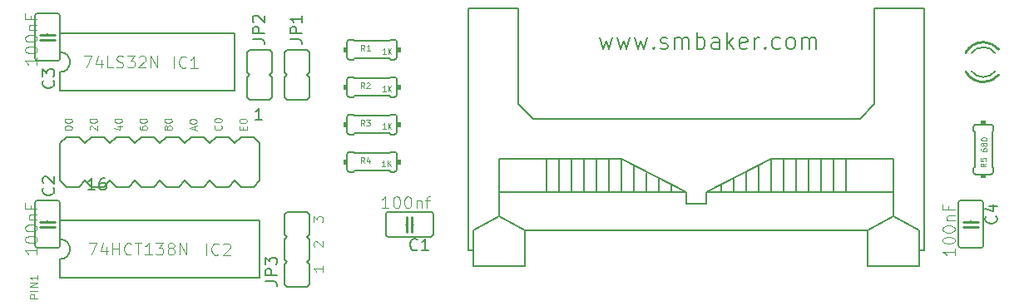
<source format=gbr>
G04 #@! TF.GenerationSoftware,KiCad,Pcbnew,5.1.2*
G04 #@! TF.CreationDate,2020-10-23T16:09:19+02:00*
G04 #@! TF.ProjectId,a30eee2cad2c9bf698126cb1c813ad28,61333065-6565-4326-9361-643263396266,rev?*
G04 #@! TF.SameCoordinates,Original*
G04 #@! TF.FileFunction,Legend,Top*
G04 #@! TF.FilePolarity,Positive*
%FSLAX46Y46*%
G04 Gerber Fmt 4.6, Leading zero omitted, Abs format (unit mm)*
G04 Created by KiCad (PCBNEW 5.1.2) date 2020-10-23 16:09:19*
%MOMM*%
%LPD*%
G04 APERTURE LIST*
%ADD10C,0.065024*%
%ADD11C,0.142240*%
%ADD12C,0.152400*%
%ADD13C,0.254000*%
%ADD14C,0.100000*%
%ADD15C,0.203200*%
%ADD16C,0.127000*%
%ADD17C,0.120650*%
%ADD18C,0.057912*%
%ADD19C,0.118872*%
G04 APERTURE END LIST*
D10*
X98769230Y-117629886D02*
X97997070Y-117629886D01*
X97997070Y-117335730D01*
X98033840Y-117262191D01*
X98070609Y-117225422D01*
X98144148Y-117188652D01*
X98254457Y-117188652D01*
X98327996Y-117225422D01*
X98364765Y-117262191D01*
X98401535Y-117335730D01*
X98401535Y-117629886D01*
X98769230Y-116857726D02*
X97997070Y-116857726D01*
X98769230Y-116490031D02*
X97997070Y-116490031D01*
X98769230Y-116048797D01*
X97997070Y-116048797D01*
X98769230Y-115276637D02*
X98769230Y-115717871D01*
X98769230Y-115497254D02*
X97997070Y-115497254D01*
X98107379Y-115570793D01*
X98180918Y-115644332D01*
X98217687Y-115717871D01*
D11*
X155984856Y-91092100D02*
X156306589Y-92218166D01*
X156628322Y-91413833D01*
X156950056Y-92218166D01*
X157271789Y-91092100D01*
X157754389Y-91092100D02*
X158076122Y-92218166D01*
X158397856Y-91413833D01*
X158719589Y-92218166D01*
X159041322Y-91092100D01*
X159523922Y-91092100D02*
X159845656Y-92218166D01*
X160167389Y-91413833D01*
X160489122Y-92218166D01*
X160810856Y-91092100D01*
X161454322Y-92057300D02*
X161534756Y-92137733D01*
X161454322Y-92218166D01*
X161373889Y-92137733D01*
X161454322Y-92057300D01*
X161454322Y-92218166D01*
X162178222Y-92137733D02*
X162339089Y-92218166D01*
X162660822Y-92218166D01*
X162821689Y-92137733D01*
X162902122Y-91976866D01*
X162902122Y-91896433D01*
X162821689Y-91735566D01*
X162660822Y-91655133D01*
X162419522Y-91655133D01*
X162258656Y-91574700D01*
X162178222Y-91413833D01*
X162178222Y-91333400D01*
X162258656Y-91172533D01*
X162419522Y-91092100D01*
X162660822Y-91092100D01*
X162821689Y-91172533D01*
X163626022Y-92218166D02*
X163626022Y-91092100D01*
X163626022Y-91252966D02*
X163706456Y-91172533D01*
X163867322Y-91092100D01*
X164108622Y-91092100D01*
X164269489Y-91172533D01*
X164349922Y-91333400D01*
X164349922Y-92218166D01*
X164349922Y-91333400D02*
X164430356Y-91172533D01*
X164591222Y-91092100D01*
X164832522Y-91092100D01*
X164993389Y-91172533D01*
X165073822Y-91333400D01*
X165073822Y-92218166D01*
X165878156Y-92218166D02*
X165878156Y-90529066D01*
X165878156Y-91172533D02*
X166039022Y-91092100D01*
X166360756Y-91092100D01*
X166521622Y-91172533D01*
X166602056Y-91252966D01*
X166682489Y-91413833D01*
X166682489Y-91896433D01*
X166602056Y-92057300D01*
X166521622Y-92137733D01*
X166360756Y-92218166D01*
X166039022Y-92218166D01*
X165878156Y-92137733D01*
X168130289Y-92218166D02*
X168130289Y-91333400D01*
X168049856Y-91172533D01*
X167888989Y-91092100D01*
X167567256Y-91092100D01*
X167406389Y-91172533D01*
X168130289Y-92137733D02*
X167969422Y-92218166D01*
X167567256Y-92218166D01*
X167406389Y-92137733D01*
X167325956Y-91976866D01*
X167325956Y-91816000D01*
X167406389Y-91655133D01*
X167567256Y-91574700D01*
X167969422Y-91574700D01*
X168130289Y-91494266D01*
X168934622Y-92218166D02*
X168934622Y-90529066D01*
X169095489Y-91574700D02*
X169578089Y-92218166D01*
X169578089Y-91092100D02*
X168934622Y-91735566D01*
X170945456Y-92137733D02*
X170784589Y-92218166D01*
X170462856Y-92218166D01*
X170301989Y-92137733D01*
X170221556Y-91976866D01*
X170221556Y-91333400D01*
X170301989Y-91172533D01*
X170462856Y-91092100D01*
X170784589Y-91092100D01*
X170945456Y-91172533D01*
X171025889Y-91333400D01*
X171025889Y-91494266D01*
X170221556Y-91655133D01*
X171749789Y-92218166D02*
X171749789Y-91092100D01*
X171749789Y-91413833D02*
X171830222Y-91252966D01*
X171910656Y-91172533D01*
X172071522Y-91092100D01*
X172232389Y-91092100D01*
X172795422Y-92057300D02*
X172875856Y-92137733D01*
X172795422Y-92218166D01*
X172714989Y-92137733D01*
X172795422Y-92057300D01*
X172795422Y-92218166D01*
X174323656Y-92137733D02*
X174162789Y-92218166D01*
X173841056Y-92218166D01*
X173680189Y-92137733D01*
X173599756Y-92057300D01*
X173519322Y-91896433D01*
X173519322Y-91413833D01*
X173599756Y-91252966D01*
X173680189Y-91172533D01*
X173841056Y-91092100D01*
X174162789Y-91092100D01*
X174323656Y-91172533D01*
X175288856Y-92218166D02*
X175127989Y-92137733D01*
X175047556Y-92057300D01*
X174967122Y-91896433D01*
X174967122Y-91413833D01*
X175047556Y-91252966D01*
X175127989Y-91172533D01*
X175288856Y-91092100D01*
X175530156Y-91092100D01*
X175691022Y-91172533D01*
X175771456Y-91252966D01*
X175851889Y-91413833D01*
X175851889Y-91896433D01*
X175771456Y-92057300D01*
X175691022Y-92137733D01*
X175530156Y-92218166D01*
X175288856Y-92218166D01*
X176575789Y-92218166D02*
X176575789Y-91092100D01*
X176575789Y-91252966D02*
X176656222Y-91172533D01*
X176817089Y-91092100D01*
X177058389Y-91092100D01*
X177219256Y-91172533D01*
X177299689Y-91333400D01*
X177299689Y-92218166D01*
X177299689Y-91333400D02*
X177380122Y-91172533D01*
X177540989Y-91092100D01*
X177782289Y-91092100D01*
X177943156Y-91172533D01*
X178023589Y-91333400D01*
X178023589Y-92218166D01*
D10*
X101502170Y-100307408D02*
X101502170Y-100233869D01*
X101538940Y-100160330D01*
X101575709Y-100123561D01*
X101649248Y-100086791D01*
X101796326Y-100050022D01*
X101980174Y-100050022D01*
X102127252Y-100086791D01*
X102200791Y-100123561D01*
X102237560Y-100160330D01*
X102274330Y-100233869D01*
X102274330Y-100307408D01*
X102237560Y-100380947D01*
X102200791Y-100417717D01*
X102127252Y-100454486D01*
X101980174Y-100491256D01*
X101796326Y-100491256D01*
X101649248Y-100454486D01*
X101575709Y-100417717D01*
X101538940Y-100380947D01*
X101502170Y-100307408D01*
X101502170Y-99572018D02*
X101502170Y-99498479D01*
X101538940Y-99424940D01*
X101575709Y-99388170D01*
X101649248Y-99351401D01*
X101796326Y-99314631D01*
X101980174Y-99314631D01*
X102127252Y-99351401D01*
X102200791Y-99388170D01*
X102237560Y-99424940D01*
X102274330Y-99498479D01*
X102274330Y-99572018D01*
X102237560Y-99645557D01*
X102200791Y-99682326D01*
X102127252Y-99719096D01*
X101980174Y-99755865D01*
X101796326Y-99755865D01*
X101649248Y-99719096D01*
X101575709Y-99682326D01*
X101538940Y-99645557D01*
X101502170Y-99572018D01*
X104115709Y-100491256D02*
X104078940Y-100454486D01*
X104042170Y-100380947D01*
X104042170Y-100197100D01*
X104078940Y-100123561D01*
X104115709Y-100086791D01*
X104189248Y-100050022D01*
X104262787Y-100050022D01*
X104373096Y-100086791D01*
X104814330Y-100528025D01*
X104814330Y-100050022D01*
X104042170Y-99572018D02*
X104042170Y-99498479D01*
X104078940Y-99424940D01*
X104115709Y-99388170D01*
X104189248Y-99351401D01*
X104336326Y-99314631D01*
X104520174Y-99314631D01*
X104667252Y-99351401D01*
X104740791Y-99388170D01*
X104777560Y-99424940D01*
X104814330Y-99498479D01*
X104814330Y-99572018D01*
X104777560Y-99645557D01*
X104740791Y-99682326D01*
X104667252Y-99719096D01*
X104520174Y-99755865D01*
X104336326Y-99755865D01*
X104189248Y-99719096D01*
X104115709Y-99682326D01*
X104078940Y-99645557D01*
X104042170Y-99572018D01*
X106839557Y-100123561D02*
X107354330Y-100123561D01*
X106545400Y-100307408D02*
X107096943Y-100491256D01*
X107096943Y-100013252D01*
X106582170Y-99572018D02*
X106582170Y-99498479D01*
X106618940Y-99424940D01*
X106655709Y-99388170D01*
X106729248Y-99351401D01*
X106876326Y-99314631D01*
X107060174Y-99314631D01*
X107207252Y-99351401D01*
X107280791Y-99388170D01*
X107317560Y-99424940D01*
X107354330Y-99498479D01*
X107354330Y-99572018D01*
X107317560Y-99645557D01*
X107280791Y-99682326D01*
X107207252Y-99719096D01*
X107060174Y-99755865D01*
X106876326Y-99755865D01*
X106729248Y-99719096D01*
X106655709Y-99682326D01*
X106618940Y-99645557D01*
X106582170Y-99572018D01*
X109122170Y-100123561D02*
X109122170Y-100270639D01*
X109158940Y-100344178D01*
X109195709Y-100380947D01*
X109306018Y-100454486D01*
X109453096Y-100491256D01*
X109747252Y-100491256D01*
X109820791Y-100454486D01*
X109857560Y-100417717D01*
X109894330Y-100344178D01*
X109894330Y-100197100D01*
X109857560Y-100123561D01*
X109820791Y-100086791D01*
X109747252Y-100050022D01*
X109563404Y-100050022D01*
X109489865Y-100086791D01*
X109453096Y-100123561D01*
X109416326Y-100197100D01*
X109416326Y-100344178D01*
X109453096Y-100417717D01*
X109489865Y-100454486D01*
X109563404Y-100491256D01*
X109122170Y-99572018D02*
X109122170Y-99498479D01*
X109158940Y-99424940D01*
X109195709Y-99388170D01*
X109269248Y-99351401D01*
X109416326Y-99314631D01*
X109600174Y-99314631D01*
X109747252Y-99351401D01*
X109820791Y-99388170D01*
X109857560Y-99424940D01*
X109894330Y-99498479D01*
X109894330Y-99572018D01*
X109857560Y-99645557D01*
X109820791Y-99682326D01*
X109747252Y-99719096D01*
X109600174Y-99755865D01*
X109416326Y-99755865D01*
X109269248Y-99719096D01*
X109195709Y-99682326D01*
X109158940Y-99645557D01*
X109122170Y-99572018D01*
X111993096Y-100344178D02*
X111956326Y-100417717D01*
X111919557Y-100454486D01*
X111846018Y-100491256D01*
X111809248Y-100491256D01*
X111735709Y-100454486D01*
X111698940Y-100417717D01*
X111662170Y-100344178D01*
X111662170Y-100197100D01*
X111698940Y-100123561D01*
X111735709Y-100086791D01*
X111809248Y-100050022D01*
X111846018Y-100050022D01*
X111919557Y-100086791D01*
X111956326Y-100123561D01*
X111993096Y-100197100D01*
X111993096Y-100344178D01*
X112029865Y-100417717D01*
X112066635Y-100454486D01*
X112140174Y-100491256D01*
X112287252Y-100491256D01*
X112360791Y-100454486D01*
X112397560Y-100417717D01*
X112434330Y-100344178D01*
X112434330Y-100197100D01*
X112397560Y-100123561D01*
X112360791Y-100086791D01*
X112287252Y-100050022D01*
X112140174Y-100050022D01*
X112066635Y-100086791D01*
X112029865Y-100123561D01*
X111993096Y-100197100D01*
X111662170Y-99572018D02*
X111662170Y-99498479D01*
X111698940Y-99424940D01*
X111735709Y-99388170D01*
X111809248Y-99351401D01*
X111956326Y-99314631D01*
X112140174Y-99314631D01*
X112287252Y-99351401D01*
X112360791Y-99388170D01*
X112397560Y-99424940D01*
X112434330Y-99498479D01*
X112434330Y-99572018D01*
X112397560Y-99645557D01*
X112360791Y-99682326D01*
X112287252Y-99719096D01*
X112140174Y-99755865D01*
X111956326Y-99755865D01*
X111809248Y-99719096D01*
X111735709Y-99682326D01*
X111698940Y-99645557D01*
X111662170Y-99572018D01*
X114753713Y-100491256D02*
X114753713Y-100123561D01*
X114974330Y-100564795D02*
X114202170Y-100307408D01*
X114974330Y-100050022D01*
X114202170Y-99645557D02*
X114202170Y-99572018D01*
X114238940Y-99498479D01*
X114275709Y-99461709D01*
X114349248Y-99424940D01*
X114496326Y-99388170D01*
X114680174Y-99388170D01*
X114827252Y-99424940D01*
X114900791Y-99461709D01*
X114937560Y-99498479D01*
X114974330Y-99572018D01*
X114974330Y-99645557D01*
X114937560Y-99719096D01*
X114900791Y-99755865D01*
X114827252Y-99792635D01*
X114680174Y-99829404D01*
X114496326Y-99829404D01*
X114349248Y-99792635D01*
X114275709Y-99755865D01*
X114238940Y-99719096D01*
X114202170Y-99645557D01*
X117440791Y-100013252D02*
X117477560Y-100050022D01*
X117514330Y-100160330D01*
X117514330Y-100233869D01*
X117477560Y-100344178D01*
X117404021Y-100417717D01*
X117330482Y-100454486D01*
X117183404Y-100491256D01*
X117073096Y-100491256D01*
X116926018Y-100454486D01*
X116852479Y-100417717D01*
X116778940Y-100344178D01*
X116742170Y-100233869D01*
X116742170Y-100160330D01*
X116778940Y-100050022D01*
X116815709Y-100013252D01*
X116742170Y-99535248D02*
X116742170Y-99461709D01*
X116778940Y-99388170D01*
X116815709Y-99351401D01*
X116889248Y-99314631D01*
X117036326Y-99277862D01*
X117220174Y-99277862D01*
X117367252Y-99314631D01*
X117440791Y-99351401D01*
X117477560Y-99388170D01*
X117514330Y-99461709D01*
X117514330Y-99535248D01*
X117477560Y-99608787D01*
X117440791Y-99645557D01*
X117367252Y-99682326D01*
X117220174Y-99719096D01*
X117036326Y-99719096D01*
X116889248Y-99682326D01*
X116815709Y-99645557D01*
X116778940Y-99608787D01*
X116742170Y-99535248D01*
X119649865Y-100454486D02*
X119649865Y-100197100D01*
X120054330Y-100086791D02*
X120054330Y-100454486D01*
X119282170Y-100454486D01*
X119282170Y-100086791D01*
X119282170Y-99608787D02*
X119282170Y-99535248D01*
X119318940Y-99461709D01*
X119355709Y-99424940D01*
X119429248Y-99388170D01*
X119576326Y-99351401D01*
X119760174Y-99351401D01*
X119907252Y-99388170D01*
X119980791Y-99424940D01*
X120017560Y-99461709D01*
X120054330Y-99535248D01*
X120054330Y-99608787D01*
X120017560Y-99682326D01*
X119980791Y-99719096D01*
X119907252Y-99755865D01*
X119760174Y-99792635D01*
X119576326Y-99792635D01*
X119429248Y-99755865D01*
X119355709Y-99719096D01*
X119318940Y-99682326D01*
X119282170Y-99608787D01*
D12*
X136855100Y-110078600D02*
X136982100Y-110078600D01*
D13*
X136855100Y-110078600D02*
X136855100Y-109316600D01*
X136855100Y-110840600D02*
X136855100Y-110078600D01*
X136347100Y-110078600D02*
X136347100Y-109316600D01*
X136347100Y-110078600D02*
X136347100Y-110840600D01*
D12*
X136220100Y-110078600D02*
X136347100Y-110078600D01*
X138760100Y-108808600D02*
G75*
G02X139014100Y-109062600I0J-254000D01*
G01*
X134188100Y-109062600D02*
G75*
G02X134442100Y-108808600I254000J0D01*
G01*
X138760100Y-111348600D02*
G75*
G03X139014100Y-111094600I0J254000D01*
G01*
X134188100Y-111094600D02*
G75*
G03X134442100Y-111348600I254000J0D01*
G01*
X139014100Y-111094600D02*
X139014100Y-109062600D01*
X134188100Y-111094600D02*
X134188100Y-109062600D01*
X134442100Y-108808600D02*
X138760100Y-108808600D01*
X138760100Y-111348600D02*
X134442100Y-111348600D01*
X101041100Y-94584600D02*
G75*
G03X101041100Y-92552600I0J1016000D01*
G01*
X101041100Y-96489600D02*
X101041100Y-94584600D01*
X101041100Y-90647600D02*
X101041100Y-92552600D01*
X118821100Y-90647600D02*
X118821100Y-96489600D01*
X101041100Y-96489600D02*
X118821100Y-96489600D01*
X118821100Y-90647600D02*
X101041100Y-90647600D01*
X101041100Y-113634600D02*
G75*
G03X101041100Y-111602600I0J1016000D01*
G01*
X101041100Y-115539600D02*
X101041100Y-113634600D01*
X101041100Y-109697600D02*
X101041100Y-111602600D01*
X121361100Y-109697600D02*
X121361100Y-115539600D01*
X101041100Y-115539600D02*
X121361100Y-115539600D01*
X121361100Y-109697600D02*
X101041100Y-109697600D01*
X104216100Y-101188600D02*
X105486100Y-101188600D01*
X106121100Y-101823600D02*
X105486100Y-101188600D01*
X102946100Y-101188600D02*
X103581100Y-101823600D01*
X101676100Y-101188600D02*
X102946100Y-101188600D01*
X101041100Y-101823600D02*
X101676100Y-101188600D01*
X103581100Y-101823600D02*
X104216100Y-101188600D01*
X101041100Y-105633600D02*
X101041100Y-101823600D01*
X105486100Y-106268600D02*
X106121100Y-105633600D01*
X101676100Y-106268600D02*
X101041100Y-105633600D01*
X102946100Y-106268600D02*
X101676100Y-106268600D01*
X103581100Y-105633600D02*
X102946100Y-106268600D01*
X104216100Y-106268600D02*
X103581100Y-105633600D01*
X105486100Y-106268600D02*
X104216100Y-106268600D01*
X108026100Y-101188600D02*
X108661100Y-101823600D01*
X106756100Y-101188600D02*
X108026100Y-101188600D01*
X106121100Y-101823600D02*
X106756100Y-101188600D01*
X111836100Y-101188600D02*
X113106100Y-101188600D01*
X113741100Y-101823600D02*
X113106100Y-101188600D01*
X110566100Y-101188600D02*
X111201100Y-101823600D01*
X109296100Y-101188600D02*
X110566100Y-101188600D01*
X108661100Y-101823600D02*
X109296100Y-101188600D01*
X111201100Y-101823600D02*
X111836100Y-101188600D01*
X115646100Y-101188600D02*
X116281100Y-101823600D01*
X114376100Y-101188600D02*
X115646100Y-101188600D01*
X113741100Y-101823600D02*
X114376100Y-101188600D01*
X119456100Y-101188600D02*
X120726100Y-101188600D01*
X121361100Y-101823600D02*
X120726100Y-101188600D01*
X121361100Y-105633600D02*
X121361100Y-101823600D01*
X118186100Y-101188600D02*
X118821100Y-101823600D01*
X116916100Y-101188600D02*
X118186100Y-101188600D01*
X116281100Y-101823600D02*
X116916100Y-101188600D01*
X118821100Y-101823600D02*
X119456100Y-101188600D01*
X106756100Y-106268600D02*
X106121100Y-105633600D01*
X108026100Y-106268600D02*
X106756100Y-106268600D01*
X108661100Y-105633600D02*
X108026100Y-106268600D01*
X113106100Y-106268600D02*
X113741100Y-105633600D01*
X109296100Y-106268600D02*
X108661100Y-105633600D01*
X110566100Y-106268600D02*
X109296100Y-106268600D01*
X111201100Y-105633600D02*
X110566100Y-106268600D01*
X111836100Y-106268600D02*
X111201100Y-105633600D01*
X113106100Y-106268600D02*
X111836100Y-106268600D01*
X114376100Y-106268600D02*
X113741100Y-105633600D01*
X115646100Y-106268600D02*
X114376100Y-106268600D01*
X116281100Y-105633600D02*
X115646100Y-106268600D01*
X120726100Y-106268600D02*
X121361100Y-105633600D01*
X116916100Y-106268600D02*
X116281100Y-105633600D01*
X118186100Y-106268600D02*
X116916100Y-106268600D01*
X118821100Y-105633600D02*
X118186100Y-106268600D01*
X119456100Y-106268600D02*
X118821100Y-105633600D01*
X120726100Y-106268600D02*
X119456100Y-106268600D01*
D14*
G36*
X129870100Y-92552600D02*
G01*
X130251100Y-92552600D01*
X130251100Y-92044600D01*
X129870100Y-92044600D01*
X129870100Y-92552600D01*
G37*
G36*
X135331100Y-92552600D02*
G01*
X135712100Y-92552600D01*
X135712100Y-92044600D01*
X135331100Y-92044600D01*
X135331100Y-92552600D01*
G37*
D12*
X135331100Y-93060600D02*
X135331100Y-91536600D01*
X135077100Y-93314600D02*
X134696100Y-93314600D01*
X135077100Y-91282600D02*
X134696100Y-91282600D01*
X134569100Y-93187600D02*
X131013100Y-93187600D01*
X134569100Y-93187600D02*
X134696100Y-93314600D01*
X134569100Y-91409600D02*
X131013100Y-91409600D01*
X134569100Y-91409600D02*
X134696100Y-91282600D01*
X131013100Y-93187600D02*
X130886100Y-93314600D01*
X130505100Y-93314600D02*
X130886100Y-93314600D01*
X131013100Y-91409600D02*
X130886100Y-91282600D01*
X130505100Y-91282600D02*
X130886100Y-91282600D01*
X130251100Y-93060600D02*
X130251100Y-91536600D01*
X135331100Y-91536600D02*
G75*
G03X135077100Y-91282600I-254000J0D01*
G01*
X135331100Y-93060600D02*
G75*
G02X135077100Y-93314600I-254000J0D01*
G01*
X130505100Y-93314600D02*
G75*
G02X130251100Y-93060600I0J254000D01*
G01*
X130505100Y-91282600D02*
G75*
G03X130251100Y-91536600I0J-254000D01*
G01*
D14*
G36*
X129870100Y-96362600D02*
G01*
X130251100Y-96362600D01*
X130251100Y-95854600D01*
X129870100Y-95854600D01*
X129870100Y-96362600D01*
G37*
G36*
X135331100Y-96362600D02*
G01*
X135712100Y-96362600D01*
X135712100Y-95854600D01*
X135331100Y-95854600D01*
X135331100Y-96362600D01*
G37*
D12*
X135331100Y-96870600D02*
X135331100Y-95346600D01*
X135077100Y-97124600D02*
X134696100Y-97124600D01*
X135077100Y-95092600D02*
X134696100Y-95092600D01*
X134569100Y-96997600D02*
X131013100Y-96997600D01*
X134569100Y-96997600D02*
X134696100Y-97124600D01*
X134569100Y-95219600D02*
X131013100Y-95219600D01*
X134569100Y-95219600D02*
X134696100Y-95092600D01*
X131013100Y-96997600D02*
X130886100Y-97124600D01*
X130505100Y-97124600D02*
X130886100Y-97124600D01*
X131013100Y-95219600D02*
X130886100Y-95092600D01*
X130505100Y-95092600D02*
X130886100Y-95092600D01*
X130251100Y-96870600D02*
X130251100Y-95346600D01*
X135331100Y-95346600D02*
G75*
G03X135077100Y-95092600I-254000J0D01*
G01*
X135331100Y-96870600D02*
G75*
G02X135077100Y-97124600I-254000J0D01*
G01*
X130505100Y-97124600D02*
G75*
G02X130251100Y-96870600I0J254000D01*
G01*
X130505100Y-95092600D02*
G75*
G03X130251100Y-95346600I0J-254000D01*
G01*
D14*
G36*
X129870100Y-100172600D02*
G01*
X130251100Y-100172600D01*
X130251100Y-99664600D01*
X129870100Y-99664600D01*
X129870100Y-100172600D01*
G37*
G36*
X135331100Y-100172600D02*
G01*
X135712100Y-100172600D01*
X135712100Y-99664600D01*
X135331100Y-99664600D01*
X135331100Y-100172600D01*
G37*
D12*
X135331100Y-100680600D02*
X135331100Y-99156600D01*
X135077100Y-100934600D02*
X134696100Y-100934600D01*
X135077100Y-98902600D02*
X134696100Y-98902600D01*
X134569100Y-100807600D02*
X131013100Y-100807600D01*
X134569100Y-100807600D02*
X134696100Y-100934600D01*
X134569100Y-99029600D02*
X131013100Y-99029600D01*
X134569100Y-99029600D02*
X134696100Y-98902600D01*
X131013100Y-100807600D02*
X130886100Y-100934600D01*
X130505100Y-100934600D02*
X130886100Y-100934600D01*
X131013100Y-99029600D02*
X130886100Y-98902600D01*
X130505100Y-98902600D02*
X130886100Y-98902600D01*
X130251100Y-100680600D02*
X130251100Y-99156600D01*
X135331100Y-99156600D02*
G75*
G03X135077100Y-98902600I-254000J0D01*
G01*
X135331100Y-100680600D02*
G75*
G02X135077100Y-100934600I-254000J0D01*
G01*
X130505100Y-100934600D02*
G75*
G02X130251100Y-100680600I0J254000D01*
G01*
X130505100Y-98902600D02*
G75*
G03X130251100Y-99156600I0J-254000D01*
G01*
D14*
G36*
X135712100Y-103474600D02*
G01*
X135331100Y-103474600D01*
X135331100Y-103982600D01*
X135712100Y-103982600D01*
X135712100Y-103474600D01*
G37*
G36*
X130251100Y-103474600D02*
G01*
X129870100Y-103474600D01*
X129870100Y-103982600D01*
X130251100Y-103982600D01*
X130251100Y-103474600D01*
G37*
D12*
X130251100Y-102966600D02*
X130251100Y-104490600D01*
X130505100Y-102712600D02*
X130886100Y-102712600D01*
X130505100Y-104744600D02*
X130886100Y-104744600D01*
X131013100Y-102839600D02*
X134569100Y-102839600D01*
X131013100Y-102839600D02*
X130886100Y-102712600D01*
X131013100Y-104617600D02*
X134569100Y-104617600D01*
X131013100Y-104617600D02*
X130886100Y-104744600D01*
X134569100Y-102839600D02*
X134696100Y-102712600D01*
X135077100Y-102712600D02*
X134696100Y-102712600D01*
X134569100Y-104617600D02*
X134696100Y-104744600D01*
X135077100Y-104744600D02*
X134696100Y-104744600D01*
X135331100Y-102966600D02*
X135331100Y-104490600D01*
X130251100Y-104490600D02*
G75*
G03X130505100Y-104744600I254000J0D01*
G01*
X130251100Y-102966600D02*
G75*
G02X130505100Y-102712600I254000J0D01*
G01*
X135077100Y-102712600D02*
G75*
G02X135331100Y-102966600I0J-254000D01*
G01*
X135077100Y-104744600D02*
G75*
G03X135331100Y-104490600I0J254000D01*
G01*
X124155100Y-97378600D02*
X126187100Y-97378600D01*
X124155100Y-97378600D02*
X123901100Y-97124600D01*
X123901100Y-95092600D02*
X123901100Y-97124600D01*
X123901100Y-92552600D02*
X123901100Y-94584600D01*
X123901100Y-92552600D02*
X124155100Y-92298600D01*
X126187100Y-92298600D02*
X124155100Y-92298600D01*
X126441100Y-92552600D02*
X126441100Y-94584600D01*
X126441100Y-92552600D02*
X126187100Y-92298600D01*
X126187100Y-97378600D02*
X126441100Y-97124600D01*
X126441100Y-95092600D02*
X126441100Y-97124600D01*
X126187100Y-94838600D02*
X126441100Y-95092600D01*
X126187100Y-94838600D02*
X126441100Y-94584600D01*
X124155100Y-94838600D02*
X123901100Y-95092600D01*
X124155100Y-94838600D02*
X123901100Y-94584600D01*
X120345100Y-97378600D02*
X122377100Y-97378600D01*
X120345100Y-97378600D02*
X120091100Y-97124600D01*
X120091100Y-95092600D02*
X120091100Y-97124600D01*
X120091100Y-92552600D02*
X120091100Y-94584600D01*
X120091100Y-92552600D02*
X120345100Y-92298600D01*
X122377100Y-92298600D02*
X120345100Y-92298600D01*
X122631100Y-92552600D02*
X122631100Y-94584600D01*
X122631100Y-92552600D02*
X122377100Y-92298600D01*
X122377100Y-97378600D02*
X122631100Y-97124600D01*
X122631100Y-95092600D02*
X122631100Y-97124600D01*
X122377100Y-94838600D02*
X122631100Y-95092600D01*
X122377100Y-94838600D02*
X122631100Y-94584600D01*
X120345100Y-94838600D02*
X120091100Y-95092600D01*
X120345100Y-94838600D02*
X120091100Y-94584600D01*
X99771100Y-109824600D02*
X99771100Y-109697600D01*
D13*
X99771100Y-109824600D02*
X99009100Y-109824600D01*
X100533100Y-109824600D02*
X99771100Y-109824600D01*
X99771100Y-110332600D02*
X99009100Y-110332600D01*
X99771100Y-110332600D02*
X100533100Y-110332600D01*
D12*
X99771100Y-110459600D02*
X99771100Y-110332600D01*
X98501100Y-107919600D02*
G75*
G02X98755100Y-107665600I254000J0D01*
G01*
X98755100Y-112491600D02*
G75*
G02X98501100Y-112237600I0J254000D01*
G01*
X101041100Y-107919600D02*
G75*
G03X100787100Y-107665600I-254000J0D01*
G01*
X100787100Y-112491600D02*
G75*
G03X101041100Y-112237600I0J254000D01*
G01*
X100787100Y-107665600D02*
X98755100Y-107665600D01*
X100787100Y-112491600D02*
X98755100Y-112491600D01*
X98501100Y-112237600D02*
X98501100Y-107919600D01*
X101041100Y-107919600D02*
X101041100Y-112237600D01*
X99771100Y-90774600D02*
X99771100Y-90647600D01*
D13*
X99771100Y-90774600D02*
X99009100Y-90774600D01*
X100533100Y-90774600D02*
X99771100Y-90774600D01*
X99771100Y-91282600D02*
X99009100Y-91282600D01*
X99771100Y-91282600D02*
X100533100Y-91282600D01*
D12*
X99771100Y-91409600D02*
X99771100Y-91282600D01*
X98501100Y-88869600D02*
G75*
G02X98755100Y-88615600I254000J0D01*
G01*
X98755100Y-93441600D02*
G75*
G02X98501100Y-93187600I0J254000D01*
G01*
X101041100Y-88869600D02*
G75*
G03X100787100Y-88615600I-254000J0D01*
G01*
X100787100Y-93441600D02*
G75*
G03X101041100Y-93187600I0J254000D01*
G01*
X100787100Y-88615600D02*
X98755100Y-88615600D01*
X100787100Y-93441600D02*
X98755100Y-93441600D01*
X98501100Y-93187600D02*
X98501100Y-88869600D01*
X101041100Y-88869600D02*
X101041100Y-93187600D01*
D13*
X195021100Y-95600600D02*
G75*
G02X193256800Y-94576800I-56J2032000D01*
G01*
X196572300Y-94881200D02*
G75*
G02X195021100Y-95600600I-1551163J1312600D01*
G01*
X195021100Y-91536600D02*
G75*
G03X193228200Y-92612400I60J-2032000D01*
G01*
X196582100Y-92267700D02*
G75*
G03X195021100Y-91536600I-1560988J-1300900D01*
G01*
D12*
X195021100Y-95092600D02*
G75*
G02X193818100Y-94504200I8J1524000D01*
G01*
X196224100Y-94504200D02*
G75*
G02X195021100Y-95092600I-1203008J935600D01*
G01*
X195021100Y-92044600D02*
G75*
G03X193801900Y-92654200I0J-1524000D01*
G01*
X196261200Y-92682799D02*
G75*
G03X195021100Y-92044600I-1240134J-885801D01*
G01*
D14*
G36*
X194767100Y-99537600D02*
G01*
X194767100Y-99918600D01*
X195275100Y-99918600D01*
X195275100Y-99537600D01*
X194767100Y-99537600D01*
G37*
G36*
X194767100Y-104998600D02*
G01*
X194767100Y-105379600D01*
X195275100Y-105379600D01*
X195275100Y-104998600D01*
X194767100Y-104998600D01*
G37*
D12*
X194259100Y-104998600D02*
X195783100Y-104998600D01*
X194005100Y-104744600D02*
X194005100Y-104363600D01*
X196037100Y-104744600D02*
X196037100Y-104363600D01*
X194132100Y-104236600D02*
X194132100Y-100680600D01*
X194132100Y-104236600D02*
X194005100Y-104363600D01*
X195910100Y-104236600D02*
X195910100Y-100680600D01*
X195910100Y-104236600D02*
X196037100Y-104363600D01*
X194132100Y-100680600D02*
X194005100Y-100553600D01*
X194005100Y-100172600D02*
X194005100Y-100553600D01*
X195910100Y-100680600D02*
X196037100Y-100553600D01*
X196037100Y-100172600D02*
X196037100Y-100553600D01*
X194259100Y-99918600D02*
X195783100Y-99918600D01*
X195783100Y-104998600D02*
G75*
G03X196037100Y-104744600I0J254000D01*
G01*
X194259100Y-104998600D02*
G75*
G02X194005100Y-104744600I0J254000D01*
G01*
X194005100Y-100172600D02*
G75*
G02X194259100Y-99918600I254000J0D01*
G01*
X196037100Y-100172600D02*
G75*
G03X195783100Y-99918600I-254000J0D01*
G01*
D15*
X182448100Y-99315100D02*
X183908600Y-97854600D01*
X145745100Y-106744600D02*
X145745100Y-103442600D01*
X158191100Y-103442600D02*
X164795100Y-106808100D01*
X145745100Y-103442600D02*
X158191100Y-103442600D01*
X185877100Y-103442600D02*
X185877100Y-106681100D01*
X173431100Y-103442600D02*
X185877100Y-103442600D01*
X166827100Y-106808100D02*
X173431100Y-103442600D01*
X145745100Y-106808100D02*
X145745100Y-109284600D01*
X164795100Y-106808100D02*
X145745100Y-106808100D01*
X164795100Y-107951100D02*
X164795100Y-106808100D01*
X166827100Y-107951100D02*
X164795100Y-107951100D01*
X166827100Y-106808100D02*
X166827100Y-107951100D01*
X185877100Y-106808100D02*
X166827100Y-106808100D01*
X185877100Y-109284600D02*
X185877100Y-106808100D01*
X143141600Y-112713600D02*
X143141600Y-110681600D01*
X145745100Y-109284600D02*
X148348600Y-110681600D01*
X143141600Y-110681600D02*
X145745100Y-109284600D01*
X188480600Y-110681600D02*
X188480600Y-112713600D01*
X185877100Y-109284600D02*
X188480600Y-110681600D01*
X183273600Y-110681600D02*
X185877100Y-109284600D01*
X188480600Y-112713600D02*
X188480600Y-114301100D01*
X188988600Y-112713600D02*
X188480600Y-112713600D01*
X188988600Y-88075600D02*
X188988600Y-112713600D01*
X183908600Y-88075600D02*
X188988600Y-88075600D01*
X183908600Y-97854600D02*
X183908600Y-88075600D01*
X149174100Y-99315100D02*
X182448100Y-99315100D01*
X147713600Y-97854600D02*
X149174100Y-99315100D01*
X147713600Y-88075600D02*
X147713600Y-97854600D01*
X142633600Y-88075600D02*
X147713600Y-88075600D01*
X142633600Y-112713600D02*
X142633600Y-88075600D01*
X143141600Y-112713600D02*
X142633600Y-112713600D01*
X143141600Y-114364600D02*
X143141600Y-112713600D01*
X148348600Y-114364600D02*
X143141600Y-114364600D01*
X148348600Y-110681600D02*
X148348600Y-114364600D01*
X183273600Y-110681600D02*
X148348600Y-110681600D01*
X183273600Y-114301100D02*
X183273600Y-110681600D01*
X188480600Y-114301100D02*
X183273600Y-114301100D01*
X181051100Y-106744600D02*
X181051100Y-103442600D01*
X151841100Y-106744600D02*
X151841100Y-103442600D01*
X153111100Y-106744600D02*
X153111100Y-103442600D01*
X154381100Y-106744600D02*
X154381100Y-103442600D01*
X155651100Y-106744600D02*
X155651100Y-103442600D01*
X156921100Y-106744600D02*
X156921100Y-103442600D01*
X158191100Y-106744600D02*
X158191100Y-103506100D01*
X159461100Y-106744600D02*
X159461100Y-104141100D01*
X160731100Y-106744600D02*
X160731100Y-104839600D01*
X162001100Y-106744600D02*
X162001100Y-105474600D01*
X163271100Y-106744600D02*
X163271100Y-106109600D01*
X168351100Y-106744600D02*
X168351100Y-106046100D01*
X169621100Y-106744600D02*
X169621100Y-105411100D01*
X170891100Y-106744600D02*
X170891100Y-104712600D01*
X172161100Y-106744600D02*
X172161100Y-104141100D01*
X173431100Y-106744600D02*
X173431100Y-103442600D01*
X174701100Y-106744600D02*
X174701100Y-103442600D01*
X175971100Y-106744600D02*
X175971100Y-103442600D01*
X177241100Y-106744600D02*
X177241100Y-103442600D01*
X178511100Y-106744600D02*
X178511100Y-103442600D01*
X179781100Y-106744600D02*
X179781100Y-103442600D01*
X150571100Y-103506100D02*
X150571100Y-106744600D01*
D12*
X193751100Y-109824600D02*
X193751100Y-109697600D01*
D13*
X193751100Y-109824600D02*
X192989100Y-109824600D01*
X194513100Y-109824600D02*
X193751100Y-109824600D01*
X193751100Y-110332600D02*
X192989100Y-110332600D01*
X193751100Y-110332600D02*
X194513100Y-110332600D01*
D12*
X193751100Y-110459600D02*
X193751100Y-110332600D01*
X192481100Y-107919600D02*
G75*
G02X192735100Y-107665600I254000J0D01*
G01*
X192735100Y-112491600D02*
G75*
G02X192481100Y-112237600I0J254000D01*
G01*
X195021100Y-107919600D02*
G75*
G03X194767100Y-107665600I-254000J0D01*
G01*
X194767100Y-112491600D02*
G75*
G03X195021100Y-112237600I0J254000D01*
G01*
X194767100Y-107665600D02*
X192735100Y-107665600D01*
X194767100Y-112491600D02*
X192735100Y-112491600D01*
X192481100Y-112237600D02*
X192481100Y-107919600D01*
X195021100Y-107919600D02*
X195021100Y-112237600D01*
X126441100Y-114142600D02*
X126441100Y-116174600D01*
X126441100Y-111602600D02*
X126441100Y-113634600D01*
X126187100Y-116428600D02*
X126441100Y-116174600D01*
X126441100Y-114142600D02*
X126187100Y-113888600D01*
X126187100Y-113888600D02*
X126441100Y-113634600D01*
X126441100Y-111602600D02*
X126187100Y-111348600D01*
X123901100Y-114142600D02*
X123901100Y-116174600D01*
X124155100Y-116428600D02*
X123901100Y-116174600D01*
X123901100Y-114142600D02*
X124155100Y-113888600D01*
X124155100Y-113888600D02*
X123901100Y-113634600D01*
X123901100Y-111602600D02*
X123901100Y-113634600D01*
X123901100Y-111602600D02*
X124155100Y-111348600D01*
X124155100Y-108808600D02*
X126187100Y-108808600D01*
X123901100Y-109062600D02*
X124155100Y-108808600D01*
X126441100Y-109062600D02*
X126187100Y-108808600D01*
X126187100Y-111348600D02*
X126441100Y-111094600D01*
X126441100Y-109062600D02*
X126441100Y-111094600D01*
X124155100Y-111348600D02*
X123901100Y-111094600D01*
X123901100Y-109062600D02*
X123901100Y-111094600D01*
X126187100Y-116428600D02*
X124155100Y-116428600D01*
D16*
X137425692Y-112636742D02*
X137368240Y-112694195D01*
X137195883Y-112751647D01*
X137080978Y-112751647D01*
X136908621Y-112694195D01*
X136793716Y-112579290D01*
X136736264Y-112464385D01*
X136678811Y-112234576D01*
X136678811Y-112062219D01*
X136736264Y-111832409D01*
X136793716Y-111717504D01*
X136908621Y-111602600D01*
X137080978Y-111545147D01*
X137195883Y-111545147D01*
X137368240Y-111602600D01*
X137425692Y-111660052D01*
X138574740Y-112751647D02*
X137885311Y-112751647D01*
X138230026Y-112751647D02*
X138230026Y-111545147D01*
X138115121Y-111717504D01*
X138000216Y-111832409D01*
X137885311Y-111889861D01*
D17*
X134499748Y-108433647D02*
X133810320Y-108433647D01*
X134155034Y-108433647D02*
X134155034Y-107227147D01*
X134040129Y-107399504D01*
X133925225Y-107514409D01*
X133810320Y-107571861D01*
X135246629Y-107227147D02*
X135361534Y-107227147D01*
X135476439Y-107284600D01*
X135533891Y-107342052D01*
X135591344Y-107456957D01*
X135648796Y-107686766D01*
X135648796Y-107974028D01*
X135591344Y-108203838D01*
X135533891Y-108318742D01*
X135476439Y-108376195D01*
X135361534Y-108433647D01*
X135246629Y-108433647D01*
X135131725Y-108376195D01*
X135074272Y-108318742D01*
X135016820Y-108203838D01*
X134959367Y-107974028D01*
X134959367Y-107686766D01*
X135016820Y-107456957D01*
X135074272Y-107342052D01*
X135131725Y-107284600D01*
X135246629Y-107227147D01*
X136395677Y-107227147D02*
X136510582Y-107227147D01*
X136625487Y-107284600D01*
X136682939Y-107342052D01*
X136740391Y-107456957D01*
X136797844Y-107686766D01*
X136797844Y-107974028D01*
X136740391Y-108203838D01*
X136682939Y-108318742D01*
X136625487Y-108376195D01*
X136510582Y-108433647D01*
X136395677Y-108433647D01*
X136280772Y-108376195D01*
X136223320Y-108318742D01*
X136165867Y-108203838D01*
X136108415Y-107974028D01*
X136108415Y-107686766D01*
X136165867Y-107456957D01*
X136223320Y-107342052D01*
X136280772Y-107284600D01*
X136395677Y-107227147D01*
X137314915Y-107629314D02*
X137314915Y-108433647D01*
X137314915Y-107744219D02*
X137372367Y-107686766D01*
X137487272Y-107629314D01*
X137659629Y-107629314D01*
X137774534Y-107686766D01*
X137831987Y-107801671D01*
X137831987Y-108433647D01*
X138234153Y-107629314D02*
X138693772Y-107629314D01*
X138406510Y-108433647D02*
X138406510Y-107399504D01*
X138463963Y-107284600D01*
X138578867Y-107227147D01*
X138693772Y-107227147D01*
X112633684Y-94176547D02*
X112633684Y-92970047D01*
X113897636Y-94061642D02*
X113840184Y-94119095D01*
X113667827Y-94176547D01*
X113552922Y-94176547D01*
X113380565Y-94119095D01*
X113265660Y-94004190D01*
X113208208Y-93889285D01*
X113150755Y-93659476D01*
X113150755Y-93487119D01*
X113208208Y-93257309D01*
X113265660Y-93142404D01*
X113380565Y-93027500D01*
X113552922Y-92970047D01*
X113667827Y-92970047D01*
X113840184Y-93027500D01*
X113897636Y-93084952D01*
X115046684Y-94176547D02*
X114357255Y-94176547D01*
X114701970Y-94176547D02*
X114701970Y-92970047D01*
X114587065Y-93142404D01*
X114472160Y-93257309D01*
X114357255Y-93314761D01*
X103450879Y-92939647D02*
X104255212Y-92939647D01*
X103738141Y-94146147D01*
X105231903Y-93341814D02*
X105231903Y-94146147D01*
X104944641Y-92882195D02*
X104657379Y-93743980D01*
X105404260Y-93743980D01*
X106438403Y-94146147D02*
X105863879Y-94146147D01*
X105863879Y-92939647D01*
X106783117Y-94088695D02*
X106955474Y-94146147D01*
X107242736Y-94146147D01*
X107357641Y-94088695D01*
X107415093Y-94031242D01*
X107472546Y-93916338D01*
X107472546Y-93801433D01*
X107415093Y-93686528D01*
X107357641Y-93629076D01*
X107242736Y-93571623D01*
X107012927Y-93514171D01*
X106898022Y-93456719D01*
X106840570Y-93399266D01*
X106783117Y-93284361D01*
X106783117Y-93169457D01*
X106840570Y-93054552D01*
X106898022Y-92997100D01*
X107012927Y-92939647D01*
X107300189Y-92939647D01*
X107472546Y-92997100D01*
X107874712Y-92939647D02*
X108621593Y-92939647D01*
X108219427Y-93399266D01*
X108391784Y-93399266D01*
X108506689Y-93456719D01*
X108564141Y-93514171D01*
X108621593Y-93629076D01*
X108621593Y-93916338D01*
X108564141Y-94031242D01*
X108506689Y-94088695D01*
X108391784Y-94146147D01*
X108047070Y-94146147D01*
X107932165Y-94088695D01*
X107874712Y-94031242D01*
X109081212Y-93054552D02*
X109138665Y-92997100D01*
X109253570Y-92939647D01*
X109540832Y-92939647D01*
X109655736Y-92997100D01*
X109713189Y-93054552D01*
X109770641Y-93169457D01*
X109770641Y-93284361D01*
X109713189Y-93456719D01*
X109023760Y-94146147D01*
X109770641Y-94146147D01*
X110287712Y-94146147D02*
X110287712Y-92939647D01*
X110977141Y-94146147D01*
X110977141Y-92939647D01*
X115935684Y-113226547D02*
X115935684Y-112020047D01*
X117199636Y-113111642D02*
X117142184Y-113169095D01*
X116969827Y-113226547D01*
X116854922Y-113226547D01*
X116682565Y-113169095D01*
X116567660Y-113054190D01*
X116510208Y-112939285D01*
X116452755Y-112709476D01*
X116452755Y-112537119D01*
X116510208Y-112307309D01*
X116567660Y-112192404D01*
X116682565Y-112077500D01*
X116854922Y-112020047D01*
X116969827Y-112020047D01*
X117142184Y-112077500D01*
X117199636Y-112134952D01*
X117659255Y-112134952D02*
X117716708Y-112077500D01*
X117831612Y-112020047D01*
X118118874Y-112020047D01*
X118233779Y-112077500D01*
X118291232Y-112134952D01*
X118348684Y-112249857D01*
X118348684Y-112364761D01*
X118291232Y-112537119D01*
X117601803Y-113226547D01*
X118348684Y-113226547D01*
X103958879Y-111989647D02*
X104763212Y-111989647D01*
X104246141Y-113196147D01*
X105739903Y-112391814D02*
X105739903Y-113196147D01*
X105452641Y-111932195D02*
X105165379Y-112793980D01*
X105912260Y-112793980D01*
X106371879Y-113196147D02*
X106371879Y-111989647D01*
X106371879Y-112564171D02*
X107061308Y-112564171D01*
X107061308Y-113196147D02*
X107061308Y-111989647D01*
X108325260Y-113081242D02*
X108267808Y-113138695D01*
X108095451Y-113196147D01*
X107980546Y-113196147D01*
X107808189Y-113138695D01*
X107693284Y-113023790D01*
X107635832Y-112908885D01*
X107578379Y-112679076D01*
X107578379Y-112506719D01*
X107635832Y-112276909D01*
X107693284Y-112162004D01*
X107808189Y-112047100D01*
X107980546Y-111989647D01*
X108095451Y-111989647D01*
X108267808Y-112047100D01*
X108325260Y-112104552D01*
X108669974Y-111989647D02*
X109359403Y-111989647D01*
X109014689Y-113196147D02*
X109014689Y-111989647D01*
X110393546Y-113196147D02*
X109704117Y-113196147D01*
X110048832Y-113196147D02*
X110048832Y-111989647D01*
X109933927Y-112162004D01*
X109819022Y-112276909D01*
X109704117Y-112334361D01*
X110795712Y-111989647D02*
X111542593Y-111989647D01*
X111140427Y-112449266D01*
X111312784Y-112449266D01*
X111427689Y-112506719D01*
X111485141Y-112564171D01*
X111542593Y-112679076D01*
X111542593Y-112966338D01*
X111485141Y-113081242D01*
X111427689Y-113138695D01*
X111312784Y-113196147D01*
X110968070Y-113196147D01*
X110853165Y-113138695D01*
X110795712Y-113081242D01*
X112232022Y-112506719D02*
X112117117Y-112449266D01*
X112059665Y-112391814D01*
X112002212Y-112276909D01*
X112002212Y-112219457D01*
X112059665Y-112104552D01*
X112117117Y-112047100D01*
X112232022Y-111989647D01*
X112461832Y-111989647D01*
X112576736Y-112047100D01*
X112634189Y-112104552D01*
X112691641Y-112219457D01*
X112691641Y-112276909D01*
X112634189Y-112391814D01*
X112576736Y-112449266D01*
X112461832Y-112506719D01*
X112232022Y-112506719D01*
X112117117Y-112564171D01*
X112059665Y-112621623D01*
X112002212Y-112736528D01*
X112002212Y-112966338D01*
X112059665Y-113081242D01*
X112117117Y-113138695D01*
X112232022Y-113196147D01*
X112461832Y-113196147D01*
X112576736Y-113138695D01*
X112634189Y-113081242D01*
X112691641Y-112966338D01*
X112691641Y-112736528D01*
X112634189Y-112621623D01*
X112576736Y-112564171D01*
X112461832Y-112506719D01*
X113208712Y-113196147D02*
X113208712Y-111989647D01*
X113898141Y-113196147D01*
X113898141Y-111989647D01*
D16*
X104582888Y-106592147D02*
X103893459Y-106592147D01*
X104238173Y-106592147D02*
X104238173Y-105385647D01*
X104123269Y-105558004D01*
X104008364Y-105672909D01*
X103893459Y-105730361D01*
X105617030Y-105385647D02*
X105387221Y-105385647D01*
X105272316Y-105443100D01*
X105214864Y-105500552D01*
X105099959Y-105672909D01*
X105042507Y-105902719D01*
X105042507Y-106362338D01*
X105099959Y-106477242D01*
X105157411Y-106534695D01*
X105272316Y-106592147D01*
X105502126Y-106592147D01*
X105617030Y-106534695D01*
X105674483Y-106477242D01*
X105731935Y-106362338D01*
X105731935Y-106075076D01*
X105674483Y-105960171D01*
X105617030Y-105902719D01*
X105502126Y-105845266D01*
X105272316Y-105845266D01*
X105157411Y-105902719D01*
X105099959Y-105960171D01*
X105042507Y-106075076D01*
X121600888Y-99480147D02*
X120911459Y-99480147D01*
X121256173Y-99480147D02*
X121256173Y-98273647D01*
X121141269Y-98446004D01*
X121026364Y-98560909D01*
X120911459Y-98618361D01*
D18*
X132027554Y-92428422D02*
X131834514Y-92152651D01*
X131696628Y-92428422D02*
X131696628Y-91849302D01*
X131917245Y-91849302D01*
X131972399Y-91876880D01*
X131999977Y-91904457D01*
X132027554Y-91959611D01*
X132027554Y-92042342D01*
X131999977Y-92097497D01*
X131972399Y-92125074D01*
X131917245Y-92152651D01*
X131696628Y-92152651D01*
X132579097Y-92428422D02*
X132248171Y-92428422D01*
X132413634Y-92428422D02*
X132413634Y-91849302D01*
X132358479Y-91932034D01*
X132303325Y-91987188D01*
X132248171Y-92014765D01*
X134184377Y-92753622D02*
X133853451Y-92753622D01*
X134018914Y-92753622D02*
X134018914Y-92174502D01*
X133963759Y-92257234D01*
X133908605Y-92312388D01*
X133853451Y-92339965D01*
X134432571Y-92753622D02*
X134432571Y-92174502D01*
X134763497Y-92753622D02*
X134515302Y-92422697D01*
X134763497Y-92174502D02*
X134432571Y-92505428D01*
X132027554Y-96238422D02*
X131834514Y-95962651D01*
X131696628Y-96238422D02*
X131696628Y-95659302D01*
X131917245Y-95659302D01*
X131972399Y-95686880D01*
X131999977Y-95714457D01*
X132027554Y-95769611D01*
X132027554Y-95852342D01*
X131999977Y-95907497D01*
X131972399Y-95935074D01*
X131917245Y-95962651D01*
X131696628Y-95962651D01*
X132248171Y-95714457D02*
X132275748Y-95686880D01*
X132330902Y-95659302D01*
X132468788Y-95659302D01*
X132523942Y-95686880D01*
X132551519Y-95714457D01*
X132579097Y-95769611D01*
X132579097Y-95824765D01*
X132551519Y-95907497D01*
X132220594Y-96238422D01*
X132579097Y-96238422D01*
X134184377Y-96563622D02*
X133853451Y-96563622D01*
X134018914Y-96563622D02*
X134018914Y-95984502D01*
X133963759Y-96067234D01*
X133908605Y-96122388D01*
X133853451Y-96149965D01*
X134432571Y-96563622D02*
X134432571Y-95984502D01*
X134763497Y-96563622D02*
X134515302Y-96232697D01*
X134763497Y-95984502D02*
X134432571Y-96315428D01*
X132027554Y-100048422D02*
X131834514Y-99772651D01*
X131696628Y-100048422D02*
X131696628Y-99469302D01*
X131917245Y-99469302D01*
X131972399Y-99496880D01*
X131999977Y-99524457D01*
X132027554Y-99579611D01*
X132027554Y-99662342D01*
X131999977Y-99717497D01*
X131972399Y-99745074D01*
X131917245Y-99772651D01*
X131696628Y-99772651D01*
X132220594Y-99469302D02*
X132579097Y-99469302D01*
X132386057Y-99689920D01*
X132468788Y-99689920D01*
X132523942Y-99717497D01*
X132551519Y-99745074D01*
X132579097Y-99800228D01*
X132579097Y-99938114D01*
X132551519Y-99993268D01*
X132523942Y-100020845D01*
X132468788Y-100048422D01*
X132303325Y-100048422D01*
X132248171Y-100020845D01*
X132220594Y-99993268D01*
X134184377Y-100373622D02*
X133853451Y-100373622D01*
X134018914Y-100373622D02*
X134018914Y-99794502D01*
X133963759Y-99877234D01*
X133908605Y-99932388D01*
X133853451Y-99959965D01*
X134432571Y-100373622D02*
X134432571Y-99794502D01*
X134763497Y-100373622D02*
X134515302Y-100042697D01*
X134763497Y-99794502D02*
X134432571Y-100125428D01*
X132027554Y-103858422D02*
X131834514Y-103582651D01*
X131696628Y-103858422D02*
X131696628Y-103279302D01*
X131917245Y-103279302D01*
X131972399Y-103306880D01*
X131999977Y-103334457D01*
X132027554Y-103389611D01*
X132027554Y-103472342D01*
X131999977Y-103527497D01*
X131972399Y-103555074D01*
X131917245Y-103582651D01*
X131696628Y-103582651D01*
X132523942Y-103472342D02*
X132523942Y-103858422D01*
X132386057Y-103251725D02*
X132248171Y-103665382D01*
X132606674Y-103665382D01*
X134146928Y-104183542D02*
X133816002Y-104183542D01*
X133981465Y-104183542D02*
X133981465Y-103604422D01*
X133926311Y-103687154D01*
X133871157Y-103742308D01*
X133816002Y-103769885D01*
X134395122Y-104183542D02*
X134395122Y-103604422D01*
X134726048Y-104183542D02*
X134477854Y-103852617D01*
X134726048Y-103604422D02*
X134395122Y-103935348D01*
D16*
X124466047Y-91233473D02*
X125327833Y-91233473D01*
X125500190Y-91290926D01*
X125615095Y-91405830D01*
X125672547Y-91578188D01*
X125672547Y-91693092D01*
X125672547Y-90658950D02*
X124466047Y-90658950D01*
X124466047Y-90199330D01*
X124523500Y-90084426D01*
X124580952Y-90026973D01*
X124695857Y-89969521D01*
X124868214Y-89969521D01*
X124983119Y-90026973D01*
X125040571Y-90084426D01*
X125098023Y-90199330D01*
X125098023Y-90658950D01*
X125672547Y-88820473D02*
X125672547Y-89509902D01*
X125672547Y-89165188D02*
X124466047Y-89165188D01*
X124638404Y-89280092D01*
X124753309Y-89394997D01*
X124810761Y-89509902D01*
X120656047Y-91233473D02*
X121517833Y-91233473D01*
X121690190Y-91290926D01*
X121805095Y-91405830D01*
X121862547Y-91578188D01*
X121862547Y-91693092D01*
X121862547Y-90658950D02*
X120656047Y-90658950D01*
X120656047Y-90199330D01*
X120713500Y-90084426D01*
X120770952Y-90026973D01*
X120885857Y-89969521D01*
X121058214Y-89969521D01*
X121173119Y-90026973D01*
X121230571Y-90084426D01*
X121288023Y-90199330D01*
X121288023Y-90658950D01*
X120770952Y-89509902D02*
X120713500Y-89452450D01*
X120656047Y-89337545D01*
X120656047Y-89050283D01*
X120713500Y-88935378D01*
X120770952Y-88877926D01*
X120885857Y-88820473D01*
X121000761Y-88820473D01*
X121173119Y-88877926D01*
X121862547Y-89567354D01*
X121862547Y-88820473D01*
X100348142Y-106363407D02*
X100405595Y-106420859D01*
X100463047Y-106593216D01*
X100463047Y-106708121D01*
X100405595Y-106880478D01*
X100290690Y-106995383D01*
X100175785Y-107052835D01*
X99945976Y-107110288D01*
X99773619Y-107110288D01*
X99543809Y-107052835D01*
X99428904Y-106995383D01*
X99314000Y-106880478D01*
X99256547Y-106708121D01*
X99256547Y-106593216D01*
X99314000Y-106420859D01*
X99371452Y-106363407D01*
X99371452Y-105903788D02*
X99314000Y-105846335D01*
X99256547Y-105731430D01*
X99256547Y-105444169D01*
X99314000Y-105329264D01*
X99371452Y-105271811D01*
X99486357Y-105214359D01*
X99601261Y-105214359D01*
X99773619Y-105271811D01*
X100463047Y-105961240D01*
X100463047Y-105214359D01*
D17*
X98685047Y-112428065D02*
X98685047Y-113117493D01*
X98685047Y-112772779D02*
X97478547Y-112772779D01*
X97650904Y-112887684D01*
X97765809Y-113002589D01*
X97823261Y-113117493D01*
X97478547Y-111681184D02*
X97478547Y-111566279D01*
X97536000Y-111451374D01*
X97593452Y-111393922D01*
X97708357Y-111336470D01*
X97938166Y-111279017D01*
X98225428Y-111279017D01*
X98455238Y-111336470D01*
X98570142Y-111393922D01*
X98627595Y-111451374D01*
X98685047Y-111566279D01*
X98685047Y-111681184D01*
X98627595Y-111796089D01*
X98570142Y-111853541D01*
X98455238Y-111910993D01*
X98225428Y-111968446D01*
X97938166Y-111968446D01*
X97708357Y-111910993D01*
X97593452Y-111853541D01*
X97536000Y-111796089D01*
X97478547Y-111681184D01*
X97478547Y-110532136D02*
X97478547Y-110417232D01*
X97536000Y-110302327D01*
X97593452Y-110244874D01*
X97708357Y-110187422D01*
X97938166Y-110129970D01*
X98225428Y-110129970D01*
X98455238Y-110187422D01*
X98570142Y-110244874D01*
X98627595Y-110302327D01*
X98685047Y-110417232D01*
X98685047Y-110532136D01*
X98627595Y-110647041D01*
X98570142Y-110704493D01*
X98455238Y-110761946D01*
X98225428Y-110819398D01*
X97938166Y-110819398D01*
X97708357Y-110761946D01*
X97593452Y-110704493D01*
X97536000Y-110647041D01*
X97478547Y-110532136D01*
X97880714Y-109612898D02*
X98685047Y-109612898D01*
X97995619Y-109612898D02*
X97938166Y-109555446D01*
X97880714Y-109440541D01*
X97880714Y-109268184D01*
X97938166Y-109153279D01*
X98053071Y-109095827D01*
X98685047Y-109095827D01*
X98053071Y-108119136D02*
X98053071Y-108521303D01*
X98685047Y-108521303D02*
X97478547Y-108521303D01*
X97478547Y-107946779D01*
D16*
X100348142Y-95441407D02*
X100405595Y-95498859D01*
X100463047Y-95671216D01*
X100463047Y-95786121D01*
X100405595Y-95958478D01*
X100290690Y-96073383D01*
X100175785Y-96130835D01*
X99945976Y-96188288D01*
X99773619Y-96188288D01*
X99543809Y-96130835D01*
X99428904Y-96073383D01*
X99314000Y-95958478D01*
X99256547Y-95786121D01*
X99256547Y-95671216D01*
X99314000Y-95498859D01*
X99371452Y-95441407D01*
X99256547Y-95039240D02*
X99256547Y-94292359D01*
X99716166Y-94694526D01*
X99716166Y-94522169D01*
X99773619Y-94407264D01*
X99831071Y-94349811D01*
X99945976Y-94292359D01*
X100233238Y-94292359D01*
X100348142Y-94349811D01*
X100405595Y-94407264D01*
X100463047Y-94522169D01*
X100463047Y-94866883D01*
X100405595Y-94981788D01*
X100348142Y-95039240D01*
D17*
X98685047Y-93124065D02*
X98685047Y-93813493D01*
X98685047Y-93468779D02*
X97478547Y-93468779D01*
X97650904Y-93583684D01*
X97765809Y-93698589D01*
X97823261Y-93813493D01*
X97478547Y-92377184D02*
X97478547Y-92262279D01*
X97536000Y-92147374D01*
X97593452Y-92089922D01*
X97708357Y-92032470D01*
X97938166Y-91975017D01*
X98225428Y-91975017D01*
X98455238Y-92032470D01*
X98570142Y-92089922D01*
X98627595Y-92147374D01*
X98685047Y-92262279D01*
X98685047Y-92377184D01*
X98627595Y-92492089D01*
X98570142Y-92549541D01*
X98455238Y-92606993D01*
X98225428Y-92664446D01*
X97938166Y-92664446D01*
X97708357Y-92606993D01*
X97593452Y-92549541D01*
X97536000Y-92492089D01*
X97478547Y-92377184D01*
X97478547Y-91228136D02*
X97478547Y-91113232D01*
X97536000Y-90998327D01*
X97593452Y-90940874D01*
X97708357Y-90883422D01*
X97938166Y-90825970D01*
X98225428Y-90825970D01*
X98455238Y-90883422D01*
X98570142Y-90940874D01*
X98627595Y-90998327D01*
X98685047Y-91113232D01*
X98685047Y-91228136D01*
X98627595Y-91343041D01*
X98570142Y-91400493D01*
X98455238Y-91457946D01*
X98225428Y-91515398D01*
X97938166Y-91515398D01*
X97708357Y-91457946D01*
X97593452Y-91400493D01*
X97536000Y-91343041D01*
X97478547Y-91228136D01*
X97880714Y-90308898D02*
X98685047Y-90308898D01*
X97995619Y-90308898D02*
X97938166Y-90251446D01*
X97880714Y-90136541D01*
X97880714Y-89964184D01*
X97938166Y-89849279D01*
X98053071Y-89791827D01*
X98685047Y-89791827D01*
X98053071Y-88815136D02*
X98053071Y-89217303D01*
X98685047Y-89217303D02*
X97478547Y-89217303D01*
X97478547Y-88642779D01*
D18*
X195298422Y-103887545D02*
X195022651Y-104080585D01*
X195298422Y-104218471D02*
X194719302Y-104218471D01*
X194719302Y-103997854D01*
X194746880Y-103942700D01*
X194774457Y-103915122D01*
X194829611Y-103887545D01*
X194912342Y-103887545D01*
X194967497Y-103915122D01*
X194995074Y-103942700D01*
X195022651Y-103997854D01*
X195022651Y-104218471D01*
X194719302Y-103363580D02*
X194719302Y-103639351D01*
X194995074Y-103666928D01*
X194967497Y-103639351D01*
X194939920Y-103584197D01*
X194939920Y-103446311D01*
X194967497Y-103391157D01*
X194995074Y-103363580D01*
X195050228Y-103336002D01*
X195188114Y-103336002D01*
X195243268Y-103363580D01*
X195270845Y-103391157D01*
X195298422Y-103446311D01*
X195298422Y-103584197D01*
X195270845Y-103639351D01*
X195243268Y-103666928D01*
X194790422Y-102398191D02*
X194790422Y-102508499D01*
X194818000Y-102563654D01*
X194845577Y-102591231D01*
X194928308Y-102646385D01*
X195038617Y-102673962D01*
X195259234Y-102673962D01*
X195314388Y-102646385D01*
X195341965Y-102618808D01*
X195369542Y-102563654D01*
X195369542Y-102453345D01*
X195341965Y-102398191D01*
X195314388Y-102370614D01*
X195259234Y-102343037D01*
X195121348Y-102343037D01*
X195066194Y-102370614D01*
X195038617Y-102398191D01*
X195011040Y-102453345D01*
X195011040Y-102563654D01*
X195038617Y-102618808D01*
X195066194Y-102646385D01*
X195121348Y-102673962D01*
X195038617Y-102012111D02*
X195011040Y-102067265D01*
X194983462Y-102094842D01*
X194928308Y-102122419D01*
X194900731Y-102122419D01*
X194845577Y-102094842D01*
X194818000Y-102067265D01*
X194790422Y-102012111D01*
X194790422Y-101901802D01*
X194818000Y-101846648D01*
X194845577Y-101819071D01*
X194900731Y-101791494D01*
X194928308Y-101791494D01*
X194983462Y-101819071D01*
X195011040Y-101846648D01*
X195038617Y-101901802D01*
X195038617Y-102012111D01*
X195066194Y-102067265D01*
X195093771Y-102094842D01*
X195148925Y-102122419D01*
X195259234Y-102122419D01*
X195314388Y-102094842D01*
X195341965Y-102067265D01*
X195369542Y-102012111D01*
X195369542Y-101901802D01*
X195341965Y-101846648D01*
X195314388Y-101819071D01*
X195259234Y-101791494D01*
X195148925Y-101791494D01*
X195093771Y-101819071D01*
X195066194Y-101846648D01*
X195038617Y-101901802D01*
X194790422Y-101432991D02*
X194790422Y-101377837D01*
X194818000Y-101322682D01*
X194845577Y-101295105D01*
X194900731Y-101267528D01*
X195011040Y-101239951D01*
X195148925Y-101239951D01*
X195259234Y-101267528D01*
X195314388Y-101295105D01*
X195341965Y-101322682D01*
X195369542Y-101377837D01*
X195369542Y-101432991D01*
X195341965Y-101488145D01*
X195314388Y-101515722D01*
X195259234Y-101543299D01*
X195148925Y-101570877D01*
X195011040Y-101570877D01*
X194900731Y-101543299D01*
X194845577Y-101515722D01*
X194818000Y-101488145D01*
X194790422Y-101432991D01*
D16*
X196309242Y-109254007D02*
X196366695Y-109311459D01*
X196424147Y-109483816D01*
X196424147Y-109598721D01*
X196366695Y-109771078D01*
X196251790Y-109885983D01*
X196136885Y-109943435D01*
X195907076Y-110000888D01*
X195734719Y-110000888D01*
X195504909Y-109943435D01*
X195390004Y-109885983D01*
X195275100Y-109771078D01*
X195217647Y-109598721D01*
X195217647Y-109483816D01*
X195275100Y-109311459D01*
X195332552Y-109254007D01*
X195619814Y-108219864D02*
X196424147Y-108219864D01*
X195160195Y-108507126D02*
X196021980Y-108794388D01*
X196021980Y-108047507D01*
D17*
X192106147Y-112524665D02*
X192106147Y-113214093D01*
X192106147Y-112869379D02*
X190899647Y-112869379D01*
X191072004Y-112984284D01*
X191186909Y-113099189D01*
X191244361Y-113214093D01*
X190899647Y-111777784D02*
X190899647Y-111662879D01*
X190957100Y-111547974D01*
X191014552Y-111490522D01*
X191129457Y-111433070D01*
X191359266Y-111375617D01*
X191646528Y-111375617D01*
X191876338Y-111433070D01*
X191991242Y-111490522D01*
X192048695Y-111547974D01*
X192106147Y-111662879D01*
X192106147Y-111777784D01*
X192048695Y-111892689D01*
X191991242Y-111950141D01*
X191876338Y-112007593D01*
X191646528Y-112065046D01*
X191359266Y-112065046D01*
X191129457Y-112007593D01*
X191014552Y-111950141D01*
X190957100Y-111892689D01*
X190899647Y-111777784D01*
X190899647Y-110628736D02*
X190899647Y-110513832D01*
X190957100Y-110398927D01*
X191014552Y-110341474D01*
X191129457Y-110284022D01*
X191359266Y-110226570D01*
X191646528Y-110226570D01*
X191876338Y-110284022D01*
X191991242Y-110341474D01*
X192048695Y-110398927D01*
X192106147Y-110513832D01*
X192106147Y-110628736D01*
X192048695Y-110743641D01*
X191991242Y-110801093D01*
X191876338Y-110858546D01*
X191646528Y-110915998D01*
X191359266Y-110915998D01*
X191129457Y-110858546D01*
X191014552Y-110801093D01*
X190957100Y-110743641D01*
X190899647Y-110628736D01*
X191301814Y-109709498D02*
X192106147Y-109709498D01*
X191416719Y-109709498D02*
X191359266Y-109652046D01*
X191301814Y-109537141D01*
X191301814Y-109364784D01*
X191359266Y-109249879D01*
X191474171Y-109192427D01*
X192106147Y-109192427D01*
X191474171Y-108215736D02*
X191474171Y-108617903D01*
X192106147Y-108617903D02*
X190899647Y-108617903D01*
X190899647Y-108043379D01*
D16*
X121926047Y-115871473D02*
X122787833Y-115871473D01*
X122960190Y-115928926D01*
X123075095Y-116043830D01*
X123132547Y-116216188D01*
X123132547Y-116331092D01*
X123132547Y-115296950D02*
X121926047Y-115296950D01*
X121926047Y-114837330D01*
X121983500Y-114722426D01*
X122040952Y-114664973D01*
X122155857Y-114607521D01*
X122328214Y-114607521D01*
X122443119Y-114664973D01*
X122500571Y-114722426D01*
X122558023Y-114837330D01*
X122558023Y-115296950D01*
X121926047Y-114205354D02*
X121926047Y-113458473D01*
X122385666Y-113860640D01*
X122385666Y-113688283D01*
X122443119Y-113573378D01*
X122500571Y-113515926D01*
X122615476Y-113458473D01*
X122902738Y-113458473D01*
X123017642Y-113515926D01*
X123075095Y-113573378D01*
X123132547Y-113688283D01*
X123132547Y-114032997D01*
X123075095Y-114147902D01*
X123017642Y-114205354D01*
D19*
X126852217Y-109866894D02*
X126852217Y-109284327D01*
X127210720Y-109598017D01*
X127210720Y-109463578D01*
X127255532Y-109373953D01*
X127300345Y-109329140D01*
X127389971Y-109284327D01*
X127614035Y-109284327D01*
X127703661Y-109329140D01*
X127748474Y-109373953D01*
X127793287Y-109463578D01*
X127793287Y-109732456D01*
X127748474Y-109822081D01*
X127703661Y-109866894D01*
X126941842Y-112362081D02*
X126897030Y-112317268D01*
X126852217Y-112227643D01*
X126852217Y-112003578D01*
X126897030Y-111913953D01*
X126941842Y-111869140D01*
X127031468Y-111824327D01*
X127121094Y-111824327D01*
X127255532Y-111869140D01*
X127793287Y-112406894D01*
X127793287Y-111824327D01*
X127793287Y-114364327D02*
X127793287Y-114902081D01*
X127793287Y-114633204D02*
X126852217Y-114633204D01*
X126986655Y-114722830D01*
X127076281Y-114812456D01*
X127121094Y-114902081D01*
M02*

</source>
